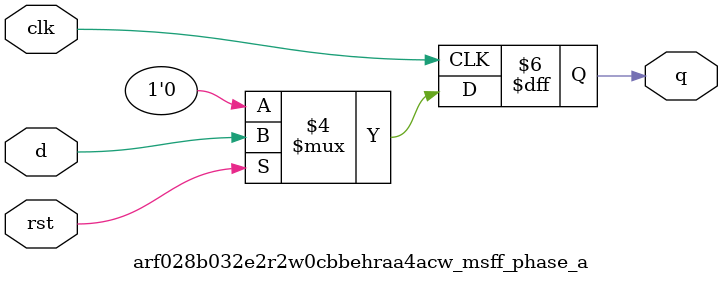
<source format=sv>
`ifndef ARF028B032E2R2W0CBBEHRAA4ACW_MSFF_PHASE_A_SV
`define ARF028B032E2R2W0CBBEHRAA4ACW_MSFF_PHASE_A_SV

module arf028b032e2r2w0cbbehraa4acw_msff_phase_a #
(
  parameter DWIDTH = 1
)
(
  input  logic [DWIDTH-1:0] d,
  input  logic clk,
  input  logic rst,
  output logic [DWIDTH-1:0] q
);

always_ff @ (posedge clk) begin
  if (~rst) begin
    q <= '0;
  end
  else begin
    q <= d;
  end
end

endmodule // arf028b032e2r2w0cbbehraa4acw_msff_phase_a

`endif // ARF028B032E2R2W0CBBEHRAA4ACW_MSFF_PHASE_A_SV
</source>
